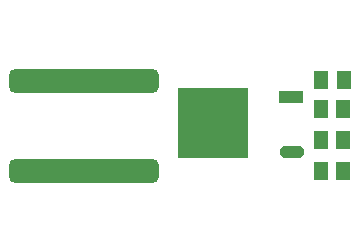
<source format=gtp>
G04*
G04 #@! TF.GenerationSoftware,Altium Limited,Altium Designer,18.1.7 (191)*
G04*
G04 Layer_Color=8421504*
%FSLAX44Y44*%
%MOMM*%
G71*
G01*
G75*
G04:AMPARAMS|DCode=12|XSize=12.7mm|YSize=2mm|CornerRadius=0.5mm|HoleSize=0mm|Usage=FLASHONLY|Rotation=0.000|XOffset=0mm|YOffset=0mm|HoleType=Round|Shape=RoundedRectangle|*
%AMROUNDEDRECTD12*
21,1,12.7000,1.0000,0,0,0.0*
21,1,11.7000,2.0000,0,0,0.0*
1,1,1.0000,5.8500,-0.5000*
1,1,1.0000,-5.8500,-0.5000*
1,1,1.0000,-5.8500,0.5000*
1,1,1.0000,5.8500,0.5000*
%
%ADD12ROUNDEDRECTD12*%
%ADD13R,1.3000X1.5000*%
%ADD14R,6.0000X6.0000*%
G04:AMPARAMS|DCode=15|XSize=2mm|YSize=1mm|CornerRadius=0mm|HoleSize=0mm|Usage=FLASHONLY|Rotation=0.000|XOffset=0mm|YOffset=0mm|HoleType=Round|Shape=Octagon|*
%AMOCTAGOND15*
4,1,8,1.0000,-0.2500,1.0000,0.2500,0.7500,0.5000,-0.7500,0.5000,-1.0000,0.2500,-1.0000,-0.2500,-0.7500,-0.5000,0.7500,-0.5000,1.0000,-0.2500,0.0*
%
%ADD15OCTAGOND15*%

%ADD16R,2.0000X1.0000*%
D12*
X287000Y358900D02*
D03*
Y435100D02*
D03*
D13*
X487500Y385000D02*
D03*
X506500D02*
D03*
X487500Y411000D02*
D03*
X506500D02*
D03*
X506500Y359000D02*
D03*
X487500D02*
D03*
X507000Y436000D02*
D03*
X488000D02*
D03*
D14*
X396000Y399000D02*
D03*
D15*
X463500Y375000D02*
D03*
D16*
X462500Y421000D02*
D03*
M02*

</source>
